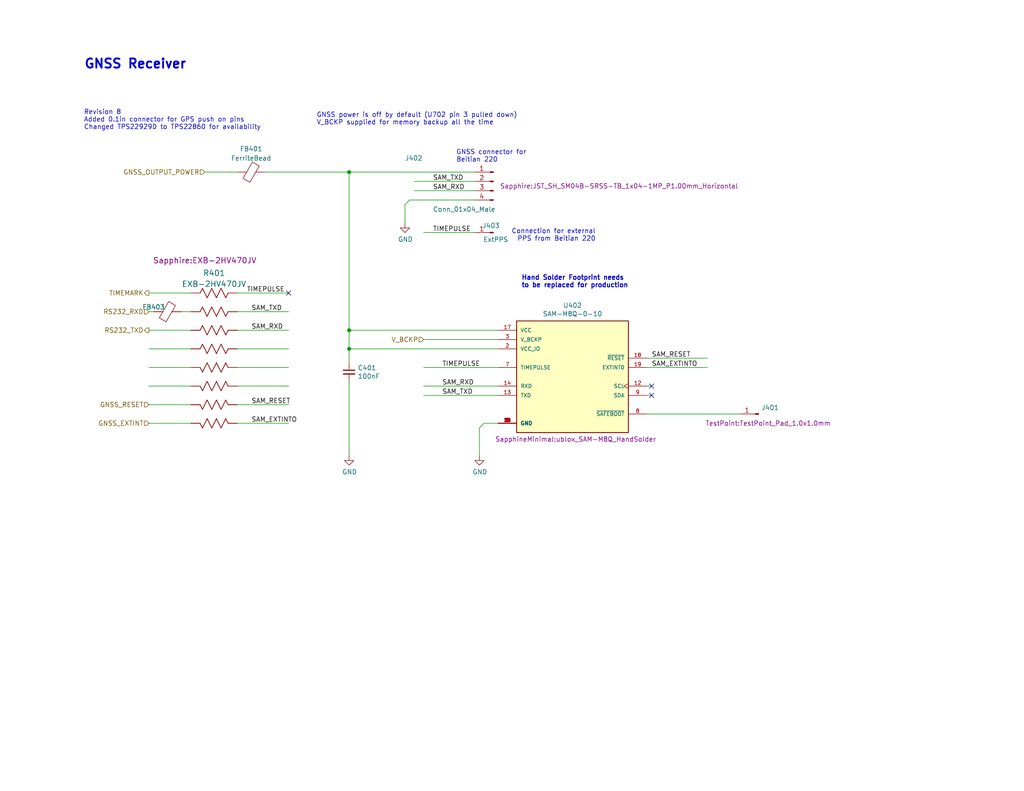
<source format=kicad_sch>
(kicad_sch (version 20211123) (generator eeschema)
  (paper "USLetter")
  (title_block (title "Sapphire Mini M2") (date "2022-10-04") (rev "1") (company "Southern Methodist Univ") (comment 1 "Chris Hayward") (comment 2 "Markup copy w/ errors!"))
  (lib_symbols
    (symbol "Connector:Conn_01x01_Male" (pin_names (offset 1.016) hide)
      (property "Reference" "J" (at 0 2.54 0))
      (property "Value" "Conn_01x01_Male" (at 0 -2.54 0))
      (symbol "Conn_01x01_Male_1_1"
        (polyline (pts (xy 1.27 0) (xy 0.8636 0)) (stroke (width 0.1524)))
        (rectangle (start 0.8636 0.127) (end 0 -0.127) (stroke (width 0.1524)) (fill (type outline)))
        (pin passive line (at 5.08 0 180) (length 3.81) (name "Pin_1") (number "1"))
      )
    )
    (symbol "Device:C_Small" (pin_numbers hide) (pin_names (offset 0.254) hide)
      (property "Reference" "C" (at 0.254 1.778 0))
      (property "Value" "C_Small" (at 0.254 -2.032 0))
      (symbol "C_Small_0_1"
        (polyline (pts (xy -1.524 -0.508) (xy 1.524 -0.508)) (stroke (width 0.3302)))
        (polyline (pts (xy -1.524 0.508) (xy 1.524 0.508)) (stroke (width 0.3048)))
      )
      (symbol "C_Small_1_1"
        (pin passive line (at 0 2.54 270) (length 2.032) (name "~") (number "1"))
        (pin passive line (at 0 -2.54 90) (length 2.032) (name "~") (number "2"))
      )
    )
    (symbol "Device:FerriteBead" (pin_numbers hide) (pin_names (offset 0))
      (property "Reference" "FB" (at -3.81 0.635 90))
      (property "Value" "FerriteBead" (at 3.81 0 90))
      (symbol "FerriteBead_0_1"
        (polyline (pts (xy 0 -1.27) (xy 0 -1.2192)))
        (polyline (pts (xy 0 1.27) (xy 0 1.2954)))
        (polyline (pts (xy -2.7686 0.4064) (xy -1.7018 2.2606) (xy 2.7686 -0.3048) (xy 1.6764 -2.159) (xy -2.7686 0.4064)))
      )
      (symbol "FerriteBead_1_1"
        (pin passive line (at 0 3.81 270) (length 2.54) (name "~") (number "1"))
        (pin passive line (at 0 -3.81 90) (length 2.54) (name "~") (number "2"))
      )
    )
    (symbol "power:GND" (power) (pin_names (offset 0))
      (property "Value" "GND" (at 0 -3.81 0))
      (symbol "GND_0_1"
        (polyline (pts (xy 0 0) (xy 0 -1.27) (xy 1.27 -1.27) (xy 0 -2.54) (xy -1.27 -1.27) (xy 0 -1.27)))
      )
      (symbol "GND_1_1"
        (pin power_in line (at 0 0 270) (length 0) hide (name "GND") (number "1"))
      )
    )
    (symbol "sapphireMini:Conn_01x04_Male" (pin_names (offset 1.016) hide)
      (property "Reference" "J" (at 0 5.08 0))
      (property "Footprint" "Sapphire:JST_SH_SM04B-SRSS-TB_1x04-1MP_P1.00mm_Horizontal" (at 2.54 7.62 0))
      (symbol "Conn_01x04_Male_1_1"
        (polyline (pts (xy 1.27 -5.08) (xy 0.8636 -5.08)) (stroke (width 0.1524)))
        (polyline (pts (xy 1.27 -2.54) (xy 0.8636 -2.54)) (stroke (width 0.1524)))
        (polyline (pts (xy 1.27 0) (xy 0.8636 0)) (stroke (width 0.1524)))
        (polyline (pts (xy 1.27 2.54) (xy 0.8636 2.54)) (stroke (width 0.1524)))
        (rectangle (start 0.8636 -4.953) (end 0 -5.207) (stroke (width 0.1524)) (fill (type outline)))
        (rectangle (start 0.8636 -2.413) (end 0 -2.667) (stroke (width 0.1524)) (fill (type outline)))
        (rectangle (start 0.8636 0.127) (end 0 -0.127) (stroke (width 0.1524)) (fill (type outline)))
        (rectangle (start 0.8636 2.667) (end 0 2.413) (stroke (width 0.1524)) (fill (type outline)))
        (pin passive line (at 5.08 2.54 180) (length 3.81) (name "Pin_1") (number "1"))
        (pin passive line (at 5.08 0 180) (length 3.81) (name "Pin_2") (number "2"))
        (pin passive line (at 5.08 -2.54 180) (length 3.81) (name "Pin_3") (number "3"))
        (pin passive line (at 5.08 -5.08 180) (length 3.81) (name "Pin_4") (number "4"))
      )
    )
    (symbol "sapphireMini:EXB-2HV470JV_1" (pin_numbers hide) (pin_names (offset -2.54) hide)
      (property "Reference" "R" (at 7.62 -12.7 0))
      (property "Value" "EXB-2HV470JV_1" (at 6.35 -6.985 0))
      (symbol "EXB-2HV470JV_1_1_1"
        (polyline (pts (xy 2.54 -15.24) (xy 3.175 -13.97)) (stroke (width 0.2032)))
        (polyline (pts (xy 2.54 -10.16) (xy 3.175 -8.89)) (stroke (width 0.2032)))
        (polyline (pts (xy 2.54 -5.08) (xy 3.175 -3.81)) (stroke (width 0.2032)))
        (polyline (pts (xy 2.54 0) (xy 3.175 1.27)) (stroke (width 0.2032)))
        (polyline (pts (xy 3.175 -36.83) (xy 2.54 -35.56)) (stroke (width 0.2032)))
        (polyline (pts (xy 3.175 -31.75) (xy 2.54 -30.48)) (stroke (width 0.2032)))
        (polyline (pts (xy 3.175 -26.67) (xy 2.54 -25.4)) (stroke (width 0.2032)))
        (polyline (pts (xy 3.175 -21.59) (xy 2.54 -20.32)) (stroke (width 0.2032)))
        (polyline (pts (xy 3.175 -13.97) (xy 4.445 -16.51)) (stroke (width 0.2032)))
        (polyline (pts (xy 3.175 -8.89) (xy 4.445 -11.43)) (stroke (width 0.2032)))
        (polyline (pts (xy 3.175 -3.81) (xy 4.445 -6.35)) (stroke (width 0.2032)))
        (polyline (pts (xy 3.175 1.27) (xy 4.445 -1.27)) (stroke (width 0.2032)))
        (polyline (pts (xy 4.445 -34.29) (xy 3.175 -36.83)) (stroke (width 0.2032)))
        (polyline (pts (xy 4.445 -29.21) (xy 3.175 -31.75)) (stroke (width 0.2032)))
        (polyline (pts (xy 4.445 -24.13) (xy 3.175 -26.67)) (stroke (width 0.2032)))
        (polyline (pts (xy 4.445 -19.05) (xy 3.175 -21.59)) (stroke (width 0.2032)))
        (polyline (pts (xy 4.445 -16.51) (xy 5.715 -13.97)) (stroke (width 0.2032)))
        (polyline (pts (xy 4.445 -11.43) (xy 5.715 -8.89)) (stroke (width 0.2032)))
        (polyline (pts (xy 4.445 -6.35) (xy 5.715 -3.81)) (stroke (width 0.2032)))
        (polyline (pts (xy 4.445 -1.27) (xy 5.715 1.27)) (stroke (width 0.2032)))
        (polyline (pts (xy 5.715 -36.83) (xy 4.445 -34.29)) (stroke (width 0.2032)))
        (polyline (pts (xy 5.715 -31.75) (xy 4.445 -29.21)) (stroke (width 0.2032)))
        (polyline (pts (xy 5.715 -26.67) (xy 4.445 -24.13)) (stroke (width 0.2032)))
        (polyline (pts (xy 5.715 -21.59) (xy 4.445 -19.05)) (stroke (width 0.2032)))
        (polyline (pts (xy 5.715 -13.97) (xy 6.985 -16.51)) (stroke (width 0.2032)))
        (polyline (pts (xy 5.715 -8.89) (xy 6.985 -11.43)) (stroke (width 0.2032)))
        (polyline (pts (xy 5.715 -3.81) (xy 6.985 -6.35)) (stroke (width 0.2032)))
        (polyline (pts (xy 5.715 1.27) (xy 6.985 -1.27)) (stroke (width 0.2032)))
        (polyline (pts (xy 6.985 -34.29) (xy 5.715 -36.83)) (stroke (width 0.2032)))
        (polyline (pts (xy 6.985 -29.21) (xy 5.715 -31.75)) (stroke (width 0.2032)))
        (polyline (pts (xy 6.985 -24.13) (xy 5.715 -26.67)) (stroke (width 0.2032)))
        (polyline (pts (xy 6.985 -19.05) (xy 5.715 -21.59)) (stroke (width 0.2032)))
        (polyline (pts (xy 6.985 -16.51) (xy 8.255 -13.97)) (stroke (width 0.2032)))
        (polyline (pts (xy 6.985 -11.43) (xy 8.255 -8.89)) (stroke (width 0.2032)))
        (polyline (pts (xy 6.985 -6.35) (xy 8.255 -3.81)) (stroke (width 0.2032)))
        (polyline (pts (xy 6.985 -1.27) (xy 8.255 1.27)) (stroke (width 0.2032)))
        (polyline (pts (xy 8.255 -36.83) (xy 6.985 -34.29)) (stroke (width 0.2032)))
        (polyline (pts (xy 8.255 -31.75) (xy 6.985 -29.21)) (stroke (width 0.2032)))
        (polyline (pts (xy 8.255 -26.67) (xy 6.985 -24.13)) (stroke (width 0.2032)))
        (polyline (pts (xy 8.255 -21.59) (xy 6.985 -19.05)) (stroke (width 0.2032)))
        (polyline (pts (xy 8.255 -13.97) (xy 9.525 -16.51)) (stroke (width 0.2032)))
        (polyline (pts (xy 8.255 -8.89) (xy 9.525 -11.43)) (stroke (width 0.2032)))
        (polyline (pts (xy 8.255 -3.81) (xy 9.525 -6.35)) (stroke (width 0.2032)))
        (polyline (pts (xy 8.255 1.27) (xy 9.525 -1.27)) (stroke (width 0.2032)))
        (polyline (pts (xy 9.525 -34.29) (xy 8.255 -36.83)) (stroke (width 0.2032)))
        (polyline (pts (xy 9.525 -29.21) (xy 8.255 -31.75)) (stroke (width 0.2032)))
        (polyline (pts (xy 9.525 -24.13) (xy 8.255 -26.67)) (stroke (width 0.2032)))
        (polyline (pts (xy 9.525 -19.05) (xy 8.255 -21.59)) (stroke (width 0.2032)))
        (polyline (pts (xy 9.525 -16.51) (xy 10.16 -15.24)) (stroke (width 0.2032)))
        (polyline (pts (xy 9.525 -11.43) (xy 10.16 -10.16)) (stroke (width 0.2032)))
        (polyline (pts (xy 9.525 -6.35) (xy 10.16 -5.08)) (stroke (width 0.2032)))
        (polyline (pts (xy 9.525 -1.27) (xy 10.16 0)) (stroke (width 0.2032)))
        (polyline (pts (xy 10.16 -35.56) (xy 9.525 -34.29)) (stroke (width 0.2032)))
        (polyline (pts (xy 10.16 -30.48) (xy 9.525 -29.21)) (stroke (width 0.2032)))
        (polyline (pts (xy 10.16 -25.4) (xy 9.525 -24.13)) (stroke (width 0.2032)))
        (polyline (pts (xy 10.16 -20.32) (xy 9.525 -19.05)) (stroke (width 0.2032)))
        (pin passive line (at 0 0 0) (length 2.54) (name "1") (number "1"))
        (pin passive line (at 12.7 -30.48 180) (length 2.54) (name "10") (number "10"))
        (pin passive line (at 12.7 -25.4 180) (length 2.54) (name "11") (number "11"))
        (pin passive line (at 12.7 -20.32 180) (length 2.54) (name "12") (number "12"))
        (pin passive line (at 12.7 -15.24 180) (length 2.54) (name "13") (number "13"))
        (pin passive line (at 12.7 -10.16 180) (length 2.54) (name "14") (number "14"))
        (pin passive line (at 12.7 -5.08 180) (length 2.54) (name "15") (number "15"))
        (pin passive line (at 12.7 0 180) (length 2.54) (name "16") (number "16"))
        (pin passive line (at 0 -5.08 0) (length 2.54) (name "2") (number "2"))
        (pin passive line (at 0 -10.16 0) (length 2.54) (name "3") (number "3"))
        (pin passive line (at 0 -15.24 0) (length 2.54) (name "4") (number "4"))
        (pin passive line (at 0 -20.32 0) (length 2.54) (name "5") (number "5"))
        (pin passive line (at 0 -25.4 0) (length 2.54) (name "6") (number "6"))
        (pin passive line (at 0 -30.48 0) (length 2.54) (name "7") (number "7"))
        (pin passive line (at 0 -35.56 0) (length 2.54) (name "8") (number "8"))
        (pin passive line (at 12.7 -35.56 180) (length 2.54) (name "9") (number "9"))
      )
    )
    (symbol "sapphireMini:SAM-M8Q-0-10" (pin_names (offset 1.016))
      (property "Reference" "U" (at -15.24 16.129 0))
      (property "Value" "SAM-M8Q-0-10" (at -15.24 -17.78 0))
      (symbol "SAM-M8Q-0-10_0_0"
        (rectangle (start -15.24 -15.24) (end 15.24 15.24) (stroke (width 0.254)) (fill (type background)))
        (pin power_in line (at 20.32 -12.7 180) (length 5.08) (name "GND") (number "1"))
        (pin power_in line (at 20.32 -12.7 180) (length 5.08) (name "GND") (number "10"))
        (pin power_in line (at 20.32 -12.7 180) (length 5.08) (name "GND") (number "11"))
        (pin input clock (at -20.32 -2.54 0) (length 5.08) (name "SCL") (number "12"))
        (pin output line (at 20.32 -5.08 180) (length 5.08) (name "TXD") (number "13"))
        (pin input line (at 20.32 -2.54 180) (length 5.08) (name "RXD") (number "14"))
        (pin power_in line (at 20.32 -12.7 180) (length 5.08) (name "GND") (number "15"))
        (pin power_in line (at 20.32 -12.7 180) (length 5.08) (name "GND") (number "16"))
        (pin power_in line (at 20.32 12.7 180) (length 5.08) (name "VCC") (number "17"))
        (pin input line (at -20.32 5.08 0) (length 5.08) (name "~{RESET}") (number "18"))
        (pin input line (at -20.32 2.54 0) (length 5.08) (name "EXTINT0") (number "19"))
        (pin power_in line (at 20.32 7.62 180) (length 5.08) (name "VCC_IO") (number "2"))
        (pin power_in line (at 20.32 -12.7 180) (length 5.08) (name "GND") (number "20"))
        (pin power_in line (at 20.32 10.16 180) (length 5.08) (name "V_BCKP") (number "3"))
        (pin power_in line (at 20.32 -12.7 180) (length 5.08) (name "GND") (number "4"))
        (pin power_in line (at 20.32 -12.7 180) (length 5.08) (name "GND") (number "5"))
        (pin power_in line (at 20.32 -12.7 180) (length 5.08) (name "GND") (number "6"))
        (pin output line (at 20.32 2.54 180) (length 5.08) (name "TIMEPULSE") (number "7"))
        (pin input line (at -20.32 -10.16 0) (length 5.08) (name "~{SAFEBOOT}") (number "8"))
        (pin bidirectional line (at -20.32 -5.08 0) (length 5.08) (name "SDA") (number "9"))
      )
    )
  )
  (junction (at 95.25 90.17))
  (junction (at 95.25 46.99))
  (junction (at 95.25 95.25))
  (no_connect (at 78.74 80.01))
  (no_connect (at 177.8 107.95))
  (no_connect (at 177.8 105.41))
  (wire (pts (xy 135.89 95.25) (xy 95.25 95.25)))
  (wire (pts (xy 115.57 107.95) (xy 135.89 107.95)))
  (wire (pts (xy 176.53 97.79) (xy 193.04 97.79)))
  (wire (pts (xy 110.49 55.88) (xy 111.76 54.61)))
  (wire (pts (xy 129.54 49.53) (xy 113.03 49.53)))
  (wire (pts (xy 64.77 80.01) (xy 78.74 80.01)))
  (wire (pts (xy 64.77 115.57) (xy 78.74 115.57)))
  (wire (pts (xy 55.88 46.99) (xy 64.77 46.99)))
  (wire (pts (xy 115.57 105.41) (xy 135.89 105.41)))
  (wire (pts (xy 132.08 115.57) (xy 135.89 115.57)))
  (wire (pts (xy 72.39 46.99) (xy 95.25 46.99)))
  (wire (pts (xy 110.49 60.96) (xy 110.49 55.88)))
  (wire (pts (xy 40.64 100.33) (xy 52.07 100.33)))
  (wire (pts (xy 135.89 90.17) (xy 95.25 90.17)))
  (wire (pts (xy 115.57 63.5) (xy 129.54 63.5)))
  (wire (pts (xy 64.77 85.09) (xy 78.74 85.09)))
  (wire (pts (xy 176.53 100.33) (xy 193.04 100.33)))
  (wire (pts (xy 64.77 110.49) (xy 78.74 110.49)))
  (wire (pts (xy 115.57 92.71) (xy 135.89 92.71)))
  (wire (pts (xy 64.77 100.33) (xy 78.74 100.33)))
  (wire (pts (xy 64.77 105.41) (xy 78.74 105.41)))
  (wire (pts (xy 95.25 90.17) (xy 95.25 95.25)))
  (wire (pts (xy 95.25 95.25) (xy 95.25 99.06)))
  (wire (pts (xy 40.64 95.25) (xy 52.07 95.25)))
  (wire (pts (xy 95.25 104.14) (xy 95.25 124.46)))
  (wire (pts (xy 40.64 85.09) (xy 41.91 85.09)))
  (wire (pts (xy 176.53 113.03) (xy 201.93 113.03)))
  (wire (pts (xy 115.57 100.33) (xy 135.89 100.33)))
  (wire (pts (xy 95.25 46.99) (xy 95.25 90.17)))
  (wire (pts (xy 129.54 52.07) (xy 113.03 52.07)))
  (wire (pts (xy 40.64 80.01) (xy 52.07 80.01)))
  (wire (pts (xy 130.81 124.46) (xy 130.81 116.84)))
  (wire (pts (xy 40.64 90.17) (xy 52.07 90.17)))
  (wire (pts (xy 130.81 116.84) (xy 132.08 115.57)))
  (wire (pts (xy 40.64 115.57) (xy 52.07 115.57)))
  (wire (pts (xy 40.64 110.49) (xy 52.07 110.49)))
  (wire (pts (xy 176.53 105.41) (xy 177.8 105.41)))
  (wire (pts (xy 95.25 46.99) (xy 129.54 46.99)))
  (wire (pts (xy 49.53 85.09) (xy 52.07 85.09)))
  (wire (pts (xy 64.77 95.25) (xy 78.74 95.25)))
  (wire (pts (xy 40.64 105.41) (xy 52.07 105.41)))
  (wire (pts (xy 111.76 54.61) (xy 129.54 54.61)))
  (wire (pts (xy 176.53 107.95) (xy 177.8 107.95)))
  (wire (pts (xy 64.77 90.17) (xy 78.74 90.17)))
  (text "Revision 8\nAdded 0.1in connector for GPS push on pins\nChanged TPS22929D to TPS22860 for availability" (at 22.86 35.56 0) (effects (font (size 1.27 1.27)) (justify left bottom)))
  (text "GNSS power is off by default (U702 pin 3 pulled down)\nV_BCKP supplied for memory backup all the time" (at 86.36 34.29 0) (effects (font (size 1.27 1.27)) (justify left bottom)))
  (text "Connection for external\nPPS from Beitian 220" (at 162.56 66.04 180) (effects (font (size 1.27 1.27)) (justify right bottom)))
  (text "GNSS connector for\nBeitian 220\n" (at 124.46 44.45 0) (effects (font (size 1.27 1.27)) (justify left bottom)))
  (text "GNSS Receiver" (at 22.86 19.05 0) (effects (font (size 2.5 2.5) (thickness 0.5) bold) (justify left bottom)))
  (text "Hand Solder Footprint needs\nto be replaced for production" (at 142.24 78.74 0) (effects (font (size 1.27 1.27) (thickness 0.254) bold) (justify left bottom)))
  (label "SAM_RXD" (at 120.65 105.41 0))
  (label "SAM_TXD" (at 118.11 49.53 0))
  (label "SAM_RXD" (at 118.11 52.07 0))
  (label "SAM_RXD" (at 68.58 90.17 0))
  (label "TIMEPULSE" (at 118.11 63.5 0))
  (label "SAM_TXD" (at 120.65 107.95 0))
  (label "TIMEPULSE" (at 120.65 100.33 0))
  (label "SAM_EXTINTO" (at 177.8 100.33 0))
  (label "SAM_EXTINTO" (at 68.58 115.57 0))
  (label "SAM_RESET" (at 68.58 110.49 0))
  (label "TIMEPULSE" (at 67.31 80.01 0))
  (label "SAM_RESET" (at 177.8 97.79 0))
  (label "SAM_TXD" (at 68.58 85.09 0))
  (hierarchical_label "GNSS_OUTPUT_POWER" (shape input) (at 55.88 46.99 180))
  (hierarchical_label "TIMEMARK" (shape output) (at 40.64 80.01 180))
  (hierarchical_label "RS232_RXD" (shape input) (at 40.64 85.09 180))
  (hierarchical_label "GNSS_RESET" (shape input) (at 40.64 110.49 180))
  (hierarchical_label "RS232_TXD" (shape output) (at 40.64 90.17 180))
  (hierarchical_label "V_BCKP" (shape input) (at 115.57 92.71 180))
  (hierarchical_label "GNSS_EXTINT" (shape input) (at 40.64 115.57 180))
  (symbol (lib_id "Device:C_Small") (at 95.25 101.6 0) (unit 1)
    (property "Reference" "C401" (at 97.5868 100.4316 0) (effects (justify left)))
    (property "Value" "100nF" (at 97.5868 102.743 0) (effects (justify left)))
    (property "Footprint" "Capacitor_SMD:C_0402_1005Metric" (effects hide))
    (property "DigiKey Price" "0.10" (effects hide))
    (property "MPN" "CL05A104KA5NNNC" (effects hide))
    (property "Manufacturer" "Samsung" (effects hide))
    (property "Tolerance" "10%" (effects hide))
    (property "Voltage" "25" (effects hide))
    (property "Voltage Rating (DC)" "25 volt" (effects hide))
    (property "Populate" "1" (effects hide))
    (property "MacroFab_PN" "MF-CAP-0603-0.1uF" (effects hide))
    (property "Digi-Key_PN" "1276-1006-1-ND " (effects hide))
    (property "Distributor" "Digikey" (effects hide))
    (property "DPN" "1276-1006-1-ND " (effects hide))
    (property "Description" "0.1 µF ±10% 25V Ceramic Capacitor X5R 0402 (1005 Metric)" (effects hide))
  )
  (symbol (lib_id "sapphireMini:SAM-M8Q-0-10") (at 156.21 102.87 0) (mirror y) (unit 1)
    (property "Reference" "U402" (at 156.21 83.3882 0))
    (property "Value" "SAM-M8Q-0-10" (at 156.21 85.6996 0))
    (property "Footprint" "SapphineMinimal:ublox_SAM-M8Q_HandSolder" (at 179.07 120.65 0) (effects (justify left bottom)))
    (property "MANUFACTURER" "ublox" (effects hide))
    (property "PARTREV" "R07" (effects hide))
    (property "STANDARD" "Manufacturer Recommendations" (effects hide))
    (property "MAXIMUM_PACKAGE_HEIGHT" "6.80mm" (effects hide))
    (property "Description" "RF RX GALILEO 1.575GHZ/1.602GHZ" (effects hide))
    (property "MPN" "SAM-M8Q-0-10" (effects hide))
    (property "Manufacturer" "u-blox" (effects hide))
  )
  (symbol (lib_id "power:GND") (at 130.81 124.46 0) (unit 1)
    (property "Reference" "#PWR0404" (effects hide))
    (property "Value" "GND" (at 130.937 128.8542 0))
  )
  (symbol (lib_id "Connector:Conn_01x01_Male") (at 207.01 113.03 180) (unit 1)
    (property "Reference" "J401" (at 207.7212 111.3028 0) (effects (justify right)))
    (property "Value" "Conn_01x01_Male" (effects hide))
    (property "Footprint" "TestPoint:TestPoint_Pad_1.0x1.0mm" (at 209.55 115.57 0))
    (property "Description" "PPS connector" (effects hide))
    (property "MPN" "DNP" (effects hide))
  )
  (symbol (lib_id "Device:FerriteBead") (at 45.72 85.09 90) (unit 1)
    (property "Reference" "FB403" (at 41.91 83.82 90))
    (property "Value" "FerriteBead" (effects hide))
    (property "Footprint" "Inductor_SMD:L_0603_1608Metric" (effects hide))
    (property "Description" "220 Ohms @ 100 MHz 1 Ferrite Bead 0603 (1608 Metric) 500mA 250mOhm" (effects hide))
    (property "MPN" "BLM18AG221SN1D" (effects hide))
  )
  (symbol (lib_id "sapphireMini:Conn_01x04_Male") (at 134.62 49.53 0) (mirror y) (unit 1)
    (property "Reference" "J402" (at 110.49 43.18 0) (effects (justify right)))
    (property "Value" "Conn_01x04_Male" (at 118.11 57.15 0) (effects (justify right)))
    (property "Footprint" "Sapphire:JST_SH_SM04B-SRSS-TB_1x04-1MP_P1.00mm_Horizontal" (at 168.91 50.8 0))
    (property "DPN" "455-1804-1-ND" (effects hide))
    (property "MPN" "SM04B-SRSS-TB(LF)(SN)" (effects hide))
    (property "Manufacturer" "JST" (effects hide))
    (property "Populate" "1" (effects hide))
    (property "Description" "Connector Header Surface Mount, Right Angle 4 position 0.039\" (1.00mm)" (effects hide))
    (property "Digi-Key_PN" "455-1804-1-ND" (effects hide))
    (property "OnHand" "221" (effects hide))
    (property "Distributor" "Digikey" (effects hide))
  )
  (symbol (lib_id "power:GND") (at 95.25 124.46 0) (unit 1)
    (property "Reference" "#PWR0401" (effects hide))
    (property "Value" "GND" (at 95.377 128.8542 0))
  )
  (symbol (lib_id "sapphireMini:EXB-2HV470JV_1") (at 52.07 80.01 0) (unit 1)
    (property "Reference" "R401" (at 58.42 74.5543 0) (effects (font (size 1.524 1.524))))
    (property "Value" "EXB-2HV470JV" (at 58.42 77.5477 0) (effects (font (size 1.524 1.524))))
    (property "Footprint" "Sapphire:EXB-2HV470JV" (at 55.88 71.12 0) (effects (font (size 1.524 1.524))))
    (property "MPN" "EXB-2HV470JV" (effects hide))
  )
  (symbol (lib_id "power:GND") (at 110.49 60.96 0) (unit 1)
    (property "Reference" "#PWR0101" (effects hide))
    (property "Value" "GND" (at 110.617 65.3542 0))
  )
  (symbol (lib_id "Device:FerriteBead") (at 68.58 46.99 90) (unit 1)
    (property "Reference" "FB401" (at 68.5292 40.6486 90))
    (property "Value" "FerriteBead" (at 68.5292 43.1855 90))
    (property "Footprint" "Inductor_SMD:L_0603_1608Metric" (effects hide))
    (property "Description" "220 Ohms @ 100 MHz 1 Ferrite Bead 0603 (1608 Metric) 500mA 250mOhm" (effects hide))
    (property "MPN" "BLM18AG221SN1D" (effects hide))
  )
  (symbol (lib_id "Connector:Conn_01x01_Male") (at 134.62 63.5 180) (unit 1)
    (property "Reference" "J403" (at 133.985 61.595 0))
    (property "Value" "ExtPPS" (at 135.255 65.405 0))
    (property "Footprint" "TestPoint:TestPoint_Pad_1.5x1.5mm" (effects hide))
  )
)
</source>
